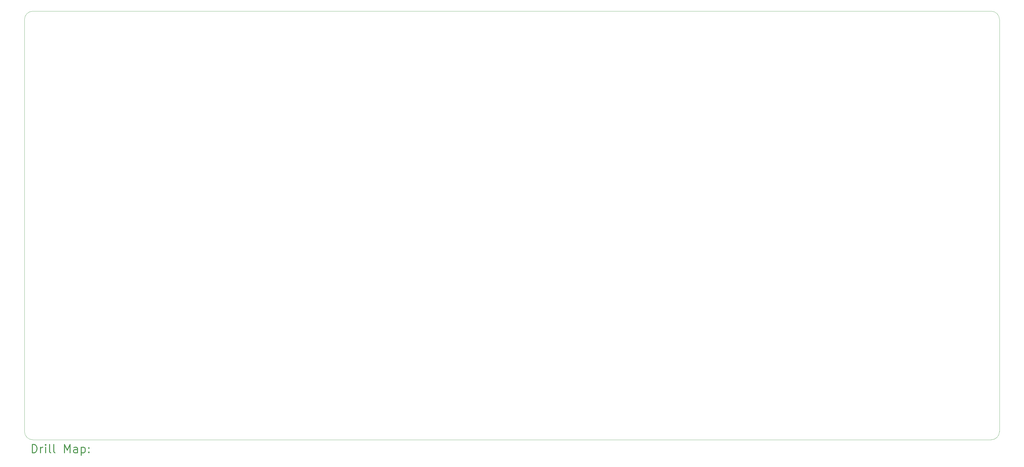
<source format=gbr>
%FSLAX45Y45*%
G04 Gerber Fmt 4.5, Leading zero omitted, Abs format (unit mm)*
G04 Created by KiCad (PCBNEW (5.1.9)-1) date 2021-05-31 01:17:14*
%MOMM*%
%LPD*%
G01*
G04 APERTURE LIST*
%TA.AperFunction,Profile*%
%ADD10C,0.100000*%
%TD*%
%ADD11C,0.200000*%
%ADD12C,0.300000*%
G04 APERTURE END LIST*
D10*
X38952500Y-6268500D02*
X38952500Y-21278500D01*
X38652500Y-5968500D02*
G75*
G02*
X38952500Y-6268500I0J-300000D01*
G01*
X3492500Y-6268500D02*
G75*
G02*
X3792500Y-5968500I300000J0D01*
G01*
X3792500Y-21578500D02*
G75*
G02*
X3492500Y-21278500I0J300000D01*
G01*
X38952500Y-21278500D02*
G75*
G02*
X38652500Y-21578500I-300000J0D01*
G01*
X3792500Y-5968500D02*
X38652500Y-5968500D01*
X3492500Y-21278500D02*
X3492500Y-6268500D01*
X38652500Y-21578500D02*
X3792500Y-21578500D01*
D11*
D12*
X3773928Y-22049214D02*
X3773928Y-21749214D01*
X3845357Y-21749214D01*
X3888214Y-21763500D01*
X3916786Y-21792072D01*
X3931071Y-21820643D01*
X3945357Y-21877786D01*
X3945357Y-21920643D01*
X3931071Y-21977786D01*
X3916786Y-22006357D01*
X3888214Y-22034929D01*
X3845357Y-22049214D01*
X3773928Y-22049214D01*
X4073928Y-22049214D02*
X4073928Y-21849214D01*
X4073928Y-21906357D02*
X4088214Y-21877786D01*
X4102500Y-21863500D01*
X4131071Y-21849214D01*
X4159643Y-21849214D01*
X4259643Y-22049214D02*
X4259643Y-21849214D01*
X4259643Y-21749214D02*
X4245357Y-21763500D01*
X4259643Y-21777786D01*
X4273928Y-21763500D01*
X4259643Y-21749214D01*
X4259643Y-21777786D01*
X4445357Y-22049214D02*
X4416786Y-22034929D01*
X4402500Y-22006357D01*
X4402500Y-21749214D01*
X4602500Y-22049214D02*
X4573928Y-22034929D01*
X4559643Y-22006357D01*
X4559643Y-21749214D01*
X4945357Y-22049214D02*
X4945357Y-21749214D01*
X5045357Y-21963500D01*
X5145357Y-21749214D01*
X5145357Y-22049214D01*
X5416786Y-22049214D02*
X5416786Y-21892072D01*
X5402500Y-21863500D01*
X5373928Y-21849214D01*
X5316786Y-21849214D01*
X5288214Y-21863500D01*
X5416786Y-22034929D02*
X5388214Y-22049214D01*
X5316786Y-22049214D01*
X5288214Y-22034929D01*
X5273928Y-22006357D01*
X5273928Y-21977786D01*
X5288214Y-21949214D01*
X5316786Y-21934929D01*
X5388214Y-21934929D01*
X5416786Y-21920643D01*
X5559643Y-21849214D02*
X5559643Y-22149214D01*
X5559643Y-21863500D02*
X5588214Y-21849214D01*
X5645357Y-21849214D01*
X5673928Y-21863500D01*
X5688214Y-21877786D01*
X5702500Y-21906357D01*
X5702500Y-21992072D01*
X5688214Y-22020643D01*
X5673928Y-22034929D01*
X5645357Y-22049214D01*
X5588214Y-22049214D01*
X5559643Y-22034929D01*
X5831071Y-22020643D02*
X5845357Y-22034929D01*
X5831071Y-22049214D01*
X5816786Y-22034929D01*
X5831071Y-22020643D01*
X5831071Y-22049214D01*
X5831071Y-21863500D02*
X5845357Y-21877786D01*
X5831071Y-21892072D01*
X5816786Y-21877786D01*
X5831071Y-21863500D01*
X5831071Y-21892072D01*
M02*

</source>
